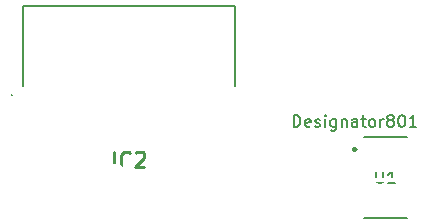
<source format=gbr>
%TF.GenerationSoftware,KiCad,Pcbnew,9.0.2*%
%TF.CreationDate,2025-11-05T15:04:59+13:00*%
%TF.ProjectId,Rob_Dev_Board,526f625f-4465-4765-9f42-6f6172642e6b,rev?*%
%TF.SameCoordinates,Original*%
%TF.FileFunction,Legend,Top*%
%TF.FilePolarity,Positive*%
%FSLAX46Y46*%
G04 Gerber Fmt 4.6, Leading zero omitted, Abs format (unit mm)*
G04 Created by KiCad (PCBNEW 9.0.2) date 2025-11-05 15:04:59*
%MOMM*%
%LPD*%
G01*
G04 APERTURE LIST*
%ADD10C,0.150000*%
%ADD11C,0.254000*%
%ADD12C,0.250000*%
%ADD13C,0.100000*%
%ADD14C,0.200000*%
%ADD15C,0.000000*%
%ADD16R,0.650001X0.249999*%
%ADD17R,0.249999X0.650001*%
%ADD18R,1.500000X0.900000*%
%ADD19R,0.900000X1.500000*%
%ADD20R,0.900000X0.900000*%
G04 APERTURE END LIST*
D10*
X102700594Y-80454818D02*
X102700594Y-81264341D01*
X102700594Y-81264341D02*
X102748213Y-81359579D01*
X102748213Y-81359579D02*
X102795832Y-81407199D01*
X102795832Y-81407199D02*
X102891070Y-81454818D01*
X102891070Y-81454818D02*
X103081546Y-81454818D01*
X103081546Y-81454818D02*
X103176784Y-81407199D01*
X103176784Y-81407199D02*
X103224403Y-81359579D01*
X103224403Y-81359579D02*
X103272022Y-81264341D01*
X103272022Y-81264341D02*
X103272022Y-80454818D01*
X104272022Y-81454818D02*
X103700594Y-81454818D01*
X103986308Y-81454818D02*
X103986308Y-80454818D01*
X103986308Y-80454818D02*
X103891070Y-80597675D01*
X103891070Y-80597675D02*
X103795832Y-80692913D01*
X103795832Y-80692913D02*
X103700594Y-80740532D01*
X95705032Y-76705018D02*
X95705032Y-75705018D01*
X95705032Y-75705018D02*
X95943127Y-75705018D01*
X95943127Y-75705018D02*
X96085984Y-75752637D01*
X96085984Y-75752637D02*
X96181222Y-75847875D01*
X96181222Y-75847875D02*
X96228841Y-75943113D01*
X96228841Y-75943113D02*
X96276460Y-76133589D01*
X96276460Y-76133589D02*
X96276460Y-76276446D01*
X96276460Y-76276446D02*
X96228841Y-76466922D01*
X96228841Y-76466922D02*
X96181222Y-76562160D01*
X96181222Y-76562160D02*
X96085984Y-76657399D01*
X96085984Y-76657399D02*
X95943127Y-76705018D01*
X95943127Y-76705018D02*
X95705032Y-76705018D01*
X97085984Y-76657399D02*
X96990746Y-76705018D01*
X96990746Y-76705018D02*
X96800270Y-76705018D01*
X96800270Y-76705018D02*
X96705032Y-76657399D01*
X96705032Y-76657399D02*
X96657413Y-76562160D01*
X96657413Y-76562160D02*
X96657413Y-76181208D01*
X96657413Y-76181208D02*
X96705032Y-76085970D01*
X96705032Y-76085970D02*
X96800270Y-76038351D01*
X96800270Y-76038351D02*
X96990746Y-76038351D01*
X96990746Y-76038351D02*
X97085984Y-76085970D01*
X97085984Y-76085970D02*
X97133603Y-76181208D01*
X97133603Y-76181208D02*
X97133603Y-76276446D01*
X97133603Y-76276446D02*
X96657413Y-76371684D01*
X97514556Y-76657399D02*
X97609794Y-76705018D01*
X97609794Y-76705018D02*
X97800270Y-76705018D01*
X97800270Y-76705018D02*
X97895508Y-76657399D01*
X97895508Y-76657399D02*
X97943127Y-76562160D01*
X97943127Y-76562160D02*
X97943127Y-76514541D01*
X97943127Y-76514541D02*
X97895508Y-76419303D01*
X97895508Y-76419303D02*
X97800270Y-76371684D01*
X97800270Y-76371684D02*
X97657413Y-76371684D01*
X97657413Y-76371684D02*
X97562175Y-76324065D01*
X97562175Y-76324065D02*
X97514556Y-76228827D01*
X97514556Y-76228827D02*
X97514556Y-76181208D01*
X97514556Y-76181208D02*
X97562175Y-76085970D01*
X97562175Y-76085970D02*
X97657413Y-76038351D01*
X97657413Y-76038351D02*
X97800270Y-76038351D01*
X97800270Y-76038351D02*
X97895508Y-76085970D01*
X98371699Y-76705018D02*
X98371699Y-76038351D01*
X98371699Y-75705018D02*
X98324080Y-75752637D01*
X98324080Y-75752637D02*
X98371699Y-75800256D01*
X98371699Y-75800256D02*
X98419318Y-75752637D01*
X98419318Y-75752637D02*
X98371699Y-75705018D01*
X98371699Y-75705018D02*
X98371699Y-75800256D01*
X99276460Y-76038351D02*
X99276460Y-76847875D01*
X99276460Y-76847875D02*
X99228841Y-76943113D01*
X99228841Y-76943113D02*
X99181222Y-76990732D01*
X99181222Y-76990732D02*
X99085984Y-77038351D01*
X99085984Y-77038351D02*
X98943127Y-77038351D01*
X98943127Y-77038351D02*
X98847889Y-76990732D01*
X99276460Y-76657399D02*
X99181222Y-76705018D01*
X99181222Y-76705018D02*
X98990746Y-76705018D01*
X98990746Y-76705018D02*
X98895508Y-76657399D01*
X98895508Y-76657399D02*
X98847889Y-76609779D01*
X98847889Y-76609779D02*
X98800270Y-76514541D01*
X98800270Y-76514541D02*
X98800270Y-76228827D01*
X98800270Y-76228827D02*
X98847889Y-76133589D01*
X98847889Y-76133589D02*
X98895508Y-76085970D01*
X98895508Y-76085970D02*
X98990746Y-76038351D01*
X98990746Y-76038351D02*
X99181222Y-76038351D01*
X99181222Y-76038351D02*
X99276460Y-76085970D01*
X99752651Y-76038351D02*
X99752651Y-76705018D01*
X99752651Y-76133589D02*
X99800270Y-76085970D01*
X99800270Y-76085970D02*
X99895508Y-76038351D01*
X99895508Y-76038351D02*
X100038365Y-76038351D01*
X100038365Y-76038351D02*
X100133603Y-76085970D01*
X100133603Y-76085970D02*
X100181222Y-76181208D01*
X100181222Y-76181208D02*
X100181222Y-76705018D01*
X101085984Y-76705018D02*
X101085984Y-76181208D01*
X101085984Y-76181208D02*
X101038365Y-76085970D01*
X101038365Y-76085970D02*
X100943127Y-76038351D01*
X100943127Y-76038351D02*
X100752651Y-76038351D01*
X100752651Y-76038351D02*
X100657413Y-76085970D01*
X101085984Y-76657399D02*
X100990746Y-76705018D01*
X100990746Y-76705018D02*
X100752651Y-76705018D01*
X100752651Y-76705018D02*
X100657413Y-76657399D01*
X100657413Y-76657399D02*
X100609794Y-76562160D01*
X100609794Y-76562160D02*
X100609794Y-76466922D01*
X100609794Y-76466922D02*
X100657413Y-76371684D01*
X100657413Y-76371684D02*
X100752651Y-76324065D01*
X100752651Y-76324065D02*
X100990746Y-76324065D01*
X100990746Y-76324065D02*
X101085984Y-76276446D01*
X101419318Y-76038351D02*
X101800270Y-76038351D01*
X101562175Y-75705018D02*
X101562175Y-76562160D01*
X101562175Y-76562160D02*
X101609794Y-76657399D01*
X101609794Y-76657399D02*
X101705032Y-76705018D01*
X101705032Y-76705018D02*
X101800270Y-76705018D01*
X102276461Y-76705018D02*
X102181223Y-76657399D01*
X102181223Y-76657399D02*
X102133604Y-76609779D01*
X102133604Y-76609779D02*
X102085985Y-76514541D01*
X102085985Y-76514541D02*
X102085985Y-76228827D01*
X102085985Y-76228827D02*
X102133604Y-76133589D01*
X102133604Y-76133589D02*
X102181223Y-76085970D01*
X102181223Y-76085970D02*
X102276461Y-76038351D01*
X102276461Y-76038351D02*
X102419318Y-76038351D01*
X102419318Y-76038351D02*
X102514556Y-76085970D01*
X102514556Y-76085970D02*
X102562175Y-76133589D01*
X102562175Y-76133589D02*
X102609794Y-76228827D01*
X102609794Y-76228827D02*
X102609794Y-76514541D01*
X102609794Y-76514541D02*
X102562175Y-76609779D01*
X102562175Y-76609779D02*
X102514556Y-76657399D01*
X102514556Y-76657399D02*
X102419318Y-76705018D01*
X102419318Y-76705018D02*
X102276461Y-76705018D01*
X103038366Y-76705018D02*
X103038366Y-76038351D01*
X103038366Y-76228827D02*
X103085985Y-76133589D01*
X103085985Y-76133589D02*
X103133604Y-76085970D01*
X103133604Y-76085970D02*
X103228842Y-76038351D01*
X103228842Y-76038351D02*
X103324080Y-76038351D01*
X103800271Y-76133589D02*
X103705033Y-76085970D01*
X103705033Y-76085970D02*
X103657414Y-76038351D01*
X103657414Y-76038351D02*
X103609795Y-75943113D01*
X103609795Y-75943113D02*
X103609795Y-75895494D01*
X103609795Y-75895494D02*
X103657414Y-75800256D01*
X103657414Y-75800256D02*
X103705033Y-75752637D01*
X103705033Y-75752637D02*
X103800271Y-75705018D01*
X103800271Y-75705018D02*
X103990747Y-75705018D01*
X103990747Y-75705018D02*
X104085985Y-75752637D01*
X104085985Y-75752637D02*
X104133604Y-75800256D01*
X104133604Y-75800256D02*
X104181223Y-75895494D01*
X104181223Y-75895494D02*
X104181223Y-75943113D01*
X104181223Y-75943113D02*
X104133604Y-76038351D01*
X104133604Y-76038351D02*
X104085985Y-76085970D01*
X104085985Y-76085970D02*
X103990747Y-76133589D01*
X103990747Y-76133589D02*
X103800271Y-76133589D01*
X103800271Y-76133589D02*
X103705033Y-76181208D01*
X103705033Y-76181208D02*
X103657414Y-76228827D01*
X103657414Y-76228827D02*
X103609795Y-76324065D01*
X103609795Y-76324065D02*
X103609795Y-76514541D01*
X103609795Y-76514541D02*
X103657414Y-76609779D01*
X103657414Y-76609779D02*
X103705033Y-76657399D01*
X103705033Y-76657399D02*
X103800271Y-76705018D01*
X103800271Y-76705018D02*
X103990747Y-76705018D01*
X103990747Y-76705018D02*
X104085985Y-76657399D01*
X104085985Y-76657399D02*
X104133604Y-76609779D01*
X104133604Y-76609779D02*
X104181223Y-76514541D01*
X104181223Y-76514541D02*
X104181223Y-76324065D01*
X104181223Y-76324065D02*
X104133604Y-76228827D01*
X104133604Y-76228827D02*
X104085985Y-76181208D01*
X104085985Y-76181208D02*
X103990747Y-76133589D01*
X104800271Y-75705018D02*
X104895509Y-75705018D01*
X104895509Y-75705018D02*
X104990747Y-75752637D01*
X104990747Y-75752637D02*
X105038366Y-75800256D01*
X105038366Y-75800256D02*
X105085985Y-75895494D01*
X105085985Y-75895494D02*
X105133604Y-76085970D01*
X105133604Y-76085970D02*
X105133604Y-76324065D01*
X105133604Y-76324065D02*
X105085985Y-76514541D01*
X105085985Y-76514541D02*
X105038366Y-76609779D01*
X105038366Y-76609779D02*
X104990747Y-76657399D01*
X104990747Y-76657399D02*
X104895509Y-76705018D01*
X104895509Y-76705018D02*
X104800271Y-76705018D01*
X104800271Y-76705018D02*
X104705033Y-76657399D01*
X104705033Y-76657399D02*
X104657414Y-76609779D01*
X104657414Y-76609779D02*
X104609795Y-76514541D01*
X104609795Y-76514541D02*
X104562176Y-76324065D01*
X104562176Y-76324065D02*
X104562176Y-76085970D01*
X104562176Y-76085970D02*
X104609795Y-75895494D01*
X104609795Y-75895494D02*
X104657414Y-75800256D01*
X104657414Y-75800256D02*
X104705033Y-75752637D01*
X104705033Y-75752637D02*
X104800271Y-75705018D01*
X106085985Y-76705018D02*
X105514557Y-76705018D01*
X105800271Y-76705018D02*
X105800271Y-75705018D01*
X105800271Y-75705018D02*
X105705033Y-75847875D01*
X105705033Y-75847875D02*
X105609795Y-75943113D01*
X105609795Y-75943113D02*
X105514557Y-75990732D01*
D11*
X80510237Y-80074318D02*
X80510237Y-78804318D01*
X81840714Y-79953365D02*
X81780238Y-80013842D01*
X81780238Y-80013842D02*
X81598809Y-80074318D01*
X81598809Y-80074318D02*
X81477857Y-80074318D01*
X81477857Y-80074318D02*
X81296428Y-80013842D01*
X81296428Y-80013842D02*
X81175476Y-79892889D01*
X81175476Y-79892889D02*
X81114999Y-79771937D01*
X81114999Y-79771937D02*
X81054523Y-79530032D01*
X81054523Y-79530032D02*
X81054523Y-79348603D01*
X81054523Y-79348603D02*
X81114999Y-79106699D01*
X81114999Y-79106699D02*
X81175476Y-78985746D01*
X81175476Y-78985746D02*
X81296428Y-78864794D01*
X81296428Y-78864794D02*
X81477857Y-78804318D01*
X81477857Y-78804318D02*
X81598809Y-78804318D01*
X81598809Y-78804318D02*
X81780238Y-78864794D01*
X81780238Y-78864794D02*
X81840714Y-78925270D01*
X82324523Y-78925270D02*
X82384999Y-78864794D01*
X82384999Y-78864794D02*
X82505952Y-78804318D01*
X82505952Y-78804318D02*
X82808333Y-78804318D01*
X82808333Y-78804318D02*
X82929285Y-78864794D01*
X82929285Y-78864794D02*
X82989761Y-78925270D01*
X82989761Y-78925270D02*
X83050238Y-79046222D01*
X83050238Y-79046222D02*
X83050238Y-79167175D01*
X83050238Y-79167175D02*
X82989761Y-79348603D01*
X82989761Y-79348603D02*
X82264047Y-80074318D01*
X82264047Y-80074318D02*
X83050238Y-80074318D01*
D10*
%TO.C,U1*%
X101662500Y-77599998D02*
X105262498Y-77599998D01*
X101662500Y-84400000D02*
X105262498Y-84400000D01*
D12*
X100987500Y-78625000D02*
G75*
G02*
X100737498Y-78625000I-125001J0D01*
G01*
X100737498Y-78625000D02*
G75*
G02*
X100987500Y-78625000I125001J0D01*
G01*
D13*
%TO.C,IC2*%
X71750000Y-73990000D02*
X71750000Y-73990000D01*
X71850000Y-73990000D02*
X71850000Y-73990000D01*
D14*
X72750000Y-66500000D02*
X90750000Y-66500000D01*
X72750000Y-73250000D02*
X72750000Y-66500000D01*
X90750000Y-66500000D02*
X90750000Y-73250000D01*
D13*
X71750000Y-73990000D02*
G75*
G02*
X71850000Y-73990000I50000J0D01*
G01*
X71850000Y-73990000D02*
G75*
G02*
X71750000Y-73990000I-50000J0D01*
G01*
%TD*%
%LPC*%
D15*
%TO.C,U1*%
G36*
X103337498Y-81049999D02*
G01*
X103337498Y-81349998D01*
X103287498Y-81399998D01*
X101862500Y-81399998D01*
X101862500Y-81325000D01*
X101562498Y-81325000D01*
X101512498Y-81274997D01*
X101512500Y-81125000D01*
X101562500Y-81075000D01*
X101862500Y-81075000D01*
X101862500Y-80999999D01*
X103287498Y-80999999D01*
X103337498Y-81049999D01*
G37*
G36*
X103337498Y-81850000D02*
G01*
X103337498Y-82149999D01*
X103287498Y-82199997D01*
X101862500Y-82199999D01*
X101862500Y-82124998D01*
X101562498Y-82124998D01*
X101512498Y-82074998D01*
X101512500Y-81925001D01*
X101562500Y-81875001D01*
X101862500Y-81874999D01*
X101862500Y-81800000D01*
X103287498Y-81800000D01*
X103337498Y-81850000D01*
G37*
G36*
X105062498Y-81874999D02*
G01*
X105362498Y-81875001D01*
X105412498Y-81925001D01*
X105412500Y-82074998D01*
X105362500Y-82124998D01*
X105062498Y-82124998D01*
X105062498Y-82199999D01*
X103637500Y-82199997D01*
X103587500Y-82149999D01*
X103587500Y-81850000D01*
X103637500Y-81800000D01*
X105062498Y-81800000D01*
X105062498Y-81874999D01*
G37*
G36*
X105062498Y-81075000D02*
G01*
X105362498Y-81075003D01*
X105412500Y-81125003D01*
X105412500Y-81274997D01*
X105362500Y-81325000D01*
X105062498Y-81325000D01*
X105062498Y-81399998D01*
X103637500Y-81399996D01*
X103587500Y-81349998D01*
X103587500Y-81049999D01*
X103637500Y-80999999D01*
X105062498Y-80999999D01*
X105062498Y-81075000D01*
G37*
G36*
X105062498Y-80174999D02*
G01*
X105362498Y-80174999D01*
X105412500Y-80224999D01*
X105412498Y-80374999D01*
X105362498Y-80424999D01*
X105062498Y-80424999D01*
X105062498Y-80500000D01*
X101862500Y-80500000D01*
X101862500Y-80424999D01*
X101562500Y-80424999D01*
X101512498Y-80374999D01*
X101512500Y-80224999D01*
X101562500Y-80174999D01*
X101862500Y-80174999D01*
X101862500Y-80099998D01*
X105062498Y-80099998D01*
X105062498Y-80174999D01*
G37*
G36*
X105062498Y-82774999D02*
G01*
X105362498Y-82774999D01*
X105412500Y-82824999D01*
X105412500Y-82974999D01*
X105362498Y-83024999D01*
X105062498Y-83024999D01*
X105062498Y-83100000D01*
X104337499Y-83100000D01*
X104337499Y-83899998D01*
X104287499Y-83949998D01*
X104137499Y-83949998D01*
X104087499Y-83899998D01*
X104087499Y-83100000D01*
X103837500Y-83100000D01*
X103837500Y-83899998D01*
X103787500Y-83949998D01*
X103637500Y-83949998D01*
X103587500Y-83899998D01*
X103587500Y-83100000D01*
X103337498Y-83100000D01*
X103337498Y-83899998D01*
X103287498Y-83949998D01*
X103137498Y-83949998D01*
X103087498Y-83899998D01*
X103087498Y-83100000D01*
X102837499Y-83100000D01*
X102837499Y-83899998D01*
X102787499Y-83949998D01*
X102637499Y-83949998D01*
X102587499Y-83899998D01*
X102587499Y-83100000D01*
X101862500Y-83100000D01*
X101862500Y-83024999D01*
X101562500Y-83024999D01*
X101512498Y-82974999D01*
X101512500Y-82824999D01*
X101562500Y-82774999D01*
X101862500Y-82774999D01*
X101862500Y-82699998D01*
X105062498Y-82699998D01*
X105062498Y-82774999D01*
G37*
%TD*%
D16*
%TO.C,U1*%
X101837498Y-78625000D03*
X101837498Y-79124999D03*
X101837498Y-79624998D03*
X105087500Y-79624998D03*
X105087500Y-79124999D03*
X105087500Y-78625000D03*
D17*
X104212500Y-78374998D03*
X103712499Y-78374998D03*
X103212499Y-78374998D03*
X102712498Y-78374998D03*
%TD*%
D18*
%TO.C,IC2*%
X73000000Y-73990000D03*
X73000000Y-75260000D03*
X73000000Y-76530000D03*
X73000000Y-77800000D03*
X73000000Y-79070000D03*
X73000000Y-80340000D03*
X73000000Y-81610000D03*
X73000000Y-82880000D03*
X73000000Y-84150000D03*
X73000000Y-85420000D03*
X73000000Y-86690000D03*
X73000000Y-87960000D03*
X73000000Y-89230000D03*
X73000000Y-90500000D03*
D19*
X74765000Y-91750000D03*
X76035000Y-91750000D03*
X77305000Y-91750000D03*
X78575000Y-91750000D03*
X79845000Y-91750000D03*
X81115000Y-91750000D03*
X82385000Y-91750000D03*
X83655000Y-91750000D03*
X84925000Y-91750000D03*
X86195000Y-91750000D03*
X87465000Y-91750000D03*
X88735000Y-91750000D03*
D18*
X90500000Y-90500000D03*
X90500000Y-89230000D03*
X90500000Y-87960000D03*
X90500000Y-86690000D03*
X90500000Y-85420000D03*
X90500000Y-84150000D03*
X90500000Y-82880000D03*
X90500000Y-81610000D03*
X90500000Y-80340000D03*
X90500000Y-79070000D03*
X90500000Y-77800000D03*
X90500000Y-76530000D03*
X90500000Y-75260000D03*
X90500000Y-73990000D03*
D20*
X80250000Y-81710000D03*
X78850000Y-80310000D03*
X78850000Y-81710000D03*
X78850000Y-83110000D03*
X80250000Y-83110000D03*
X81650000Y-83110000D03*
X81650000Y-81710000D03*
X81650000Y-80310000D03*
X80250000Y-80310000D03*
%TD*%
%LPD*%
M02*

</source>
